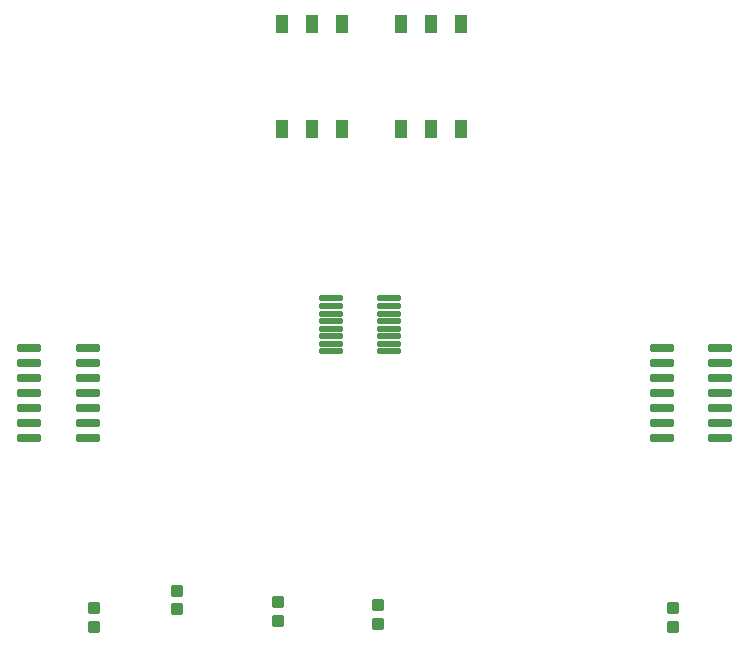
<source format=gbr>
%TF.GenerationSoftware,KiCad,Pcbnew,8.0.1*%
%TF.CreationDate,2024-04-13T21:46:53+05:30*%
%TF.ProjectId,piso,7069736f-2e6b-4696-9361-645f70636258,rev?*%
%TF.SameCoordinates,Original*%
%TF.FileFunction,Paste,Top*%
%TF.FilePolarity,Positive*%
%FSLAX46Y46*%
G04 Gerber Fmt 4.6, Leading zero omitted, Abs format (unit mm)*
G04 Created by KiCad (PCBNEW 8.0.1) date 2024-04-13 21:46:53*
%MOMM*%
%LPD*%
G01*
G04 APERTURE LIST*
G04 Aperture macros list*
%AMRoundRect*
0 Rectangle with rounded corners*
0 $1 Rounding radius*
0 $2 $3 $4 $5 $6 $7 $8 $9 X,Y pos of 4 corners*
0 Add a 4 corners polygon primitive as box body*
4,1,4,$2,$3,$4,$5,$6,$7,$8,$9,$2,$3,0*
0 Add four circle primitives for the rounded corners*
1,1,$1+$1,$2,$3*
1,1,$1+$1,$4,$5*
1,1,$1+$1,$6,$7*
1,1,$1+$1,$8,$9*
0 Add four rect primitives between the rounded corners*
20,1,$1+$1,$2,$3,$4,$5,0*
20,1,$1+$1,$4,$5,$6,$7,0*
20,1,$1+$1,$6,$7,$8,$9,0*
20,1,$1+$1,$8,$9,$2,$3,0*%
G04 Aperture macros list end*
%ADD10RoundRect,0.020500X-0.959500X-0.184500X0.959500X-0.184500X0.959500X0.184500X-0.959500X0.184500X0*%
%ADD11RoundRect,0.094000X0.416000X-0.376000X0.416000X0.376000X-0.416000X0.376000X-0.416000X-0.376000X0*%
%ADD12R,1.100000X1.500000*%
%ADD13RoundRect,0.090000X-0.895000X-0.210000X0.895000X-0.210000X0.895000X0.210000X-0.895000X0.210000X0*%
G04 APERTURE END LIST*
D10*
%TO.C,U2*%
X143020000Y-118260000D03*
X143020000Y-118900000D03*
X143020000Y-119540000D03*
X143020000Y-120180000D03*
X143020000Y-120820000D03*
X143020000Y-121460000D03*
X143020000Y-122100000D03*
X143020000Y-122740000D03*
X147980000Y-122740000D03*
X147980000Y-122100000D03*
X147980000Y-121460000D03*
X147980000Y-120820000D03*
X147980000Y-120180000D03*
X147980000Y-119540000D03*
X147980000Y-118900000D03*
X147980000Y-118260000D03*
%TD*%
D11*
%TO.C,R1*%
X123000000Y-146080000D03*
X123000000Y-144500000D03*
%TD*%
%TO.C,R2*%
X130000000Y-144580000D03*
X130000000Y-143000000D03*
%TD*%
%TO.C,R4*%
X147000000Y-145790000D03*
X147000000Y-144210000D03*
%TD*%
D12*
%TO.C,S1*%
X144000000Y-95050000D03*
X144000000Y-103950000D03*
X141460000Y-95050000D03*
X141460000Y-103950000D03*
X138920000Y-95050000D03*
X138920000Y-103950000D03*
%TD*%
D13*
%TO.C,U3*%
X117500000Y-122500000D03*
X117500000Y-123770000D03*
X117500000Y-125040000D03*
X117500000Y-126310000D03*
X117500000Y-127580000D03*
X117500000Y-128850000D03*
X117500000Y-130120000D03*
X122450000Y-130120000D03*
X122450000Y-128850000D03*
X122450000Y-127580000D03*
X122450000Y-126310000D03*
X122450000Y-125040000D03*
X122450000Y-123770000D03*
X122450000Y-122500000D03*
%TD*%
D11*
%TO.C,R3*%
X138500000Y-145580000D03*
X138500000Y-144000000D03*
%TD*%
%TO.C,R5*%
X172000000Y-146080000D03*
X172000000Y-144500000D03*
%TD*%
D12*
%TO.C,S2*%
X154000000Y-95000000D03*
X154000000Y-103900000D03*
X151460000Y-95000000D03*
X151460000Y-103900000D03*
X148920000Y-95000000D03*
X148920000Y-103900000D03*
%TD*%
D13*
%TO.C,U4*%
X171050000Y-122500000D03*
X171050000Y-123770000D03*
X171050000Y-125040000D03*
X171050000Y-126310000D03*
X171050000Y-127580000D03*
X171050000Y-128850000D03*
X171050000Y-130120000D03*
X176000000Y-130120000D03*
X176000000Y-128850000D03*
X176000000Y-127580000D03*
X176000000Y-126310000D03*
X176000000Y-125040000D03*
X176000000Y-123770000D03*
X176000000Y-122500000D03*
%TD*%
M02*

</source>
